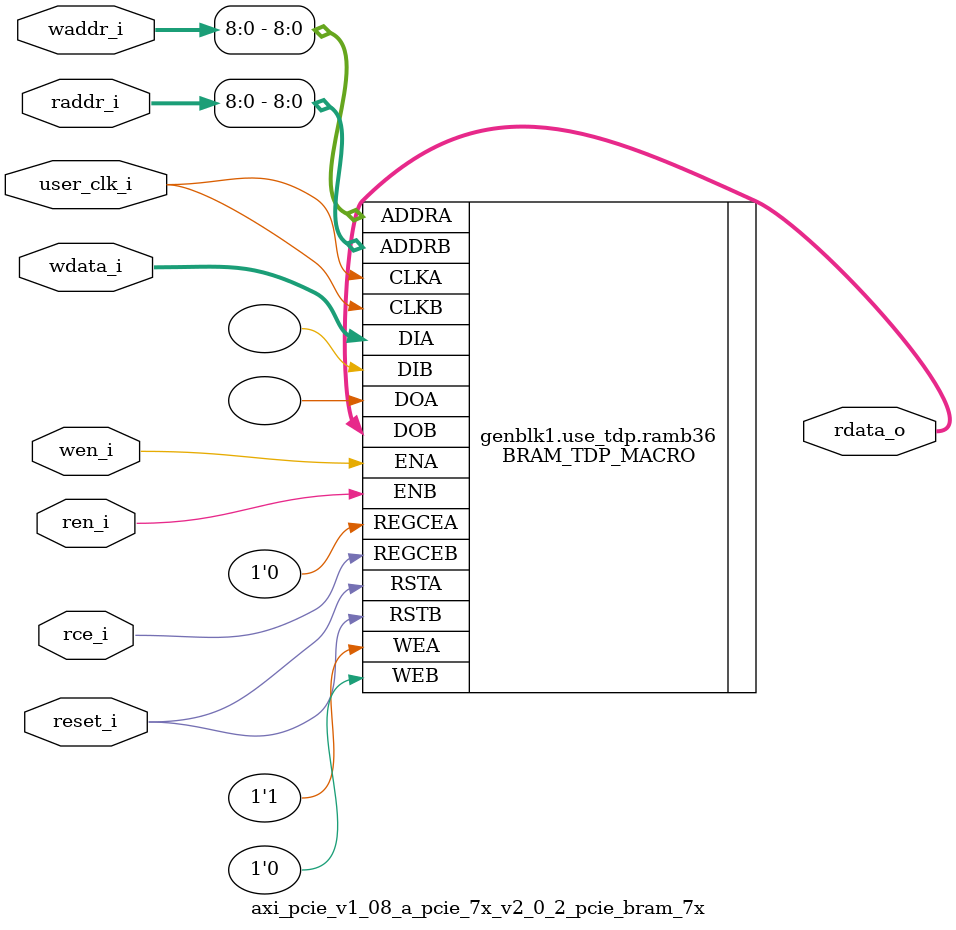
<source format=v>

`timescale 1ps/1ps

module axi_pcie_v1_08_a_pcie_7x_v2_0_2_pcie_bram_7x
  #(
    parameter [3:0]  LINK_CAP_MAX_LINK_SPEED = 4'h1,        // PCIe Link Speed : 1 - 2.5 GT/s; 2 - 5.0 GT/s
    parameter [5:0]  LINK_CAP_MAX_LINK_WIDTH = 6'h08,       // PCIe Link Width : 1 / 2 / 4 / 8
    parameter IMPL_TARGET = "HARD",                         // the implementation target : HARD, SOFT
    parameter DOB_REG = 0,                                  // 1 - use the output register;
                                                            // 0 - don't use the output register
    parameter WIDTH = 0                                     // supported WIDTH's : 4, 9, 18, 36 - uses RAMB36
                                                            //                     72 - uses RAMB36SDP
    )
    (
     input               user_clk_i,// user clock
     input               reset_i,   // bram reset

     input               wen_i,     // write enable
     input [12:0]        waddr_i,   // write address
     input [WIDTH - 1:0] wdata_i,   // write data

     input               ren_i,     // read enable
     input               rce_i,     // output register clock enable
     input [12:0]        raddr_i,   // read address

     output [WIDTH - 1:0] rdata_o   // read data
     );

   // map the address bits
   localparam ADDR_MSB = ((WIDTH == 4)  ? 12 :
                          (WIDTH == 9)  ? 11 :
                          (WIDTH == 18) ? 10 :
                          (WIDTH == 36) ?  9 :
                                           8
                          );

   // set the width of the tied off low address bits
   localparam ADDR_LO_BITS = ((WIDTH == 4)  ? 2 :
                              (WIDTH == 9)  ? 3 :
                              (WIDTH == 18) ? 4 :
                              (WIDTH == 36) ? 5 :
                                              0 // for WIDTH 72 use RAMB36SDP
                              );

   // map the data bits
   localparam D_MSB =  ((WIDTH == 4)  ?  3 :
                        (WIDTH == 9)  ?  7 :
                        (WIDTH == 18) ? 15 :
                        (WIDTH == 36) ? 31 :
                                        63
                        );

   // map the data parity bits
   localparam DP_LSB =  D_MSB + 1;

   localparam DP_MSB =  ((WIDTH == 4)  ? 4 :
                         (WIDTH == 9)  ? 8 :
                         (WIDTH == 18) ? 17 :
                         (WIDTH == 36) ? 35 :
                                         71
                        );

   localparam DPW = DP_MSB - DP_LSB + 1;
   localparam WRITE_MODE = ((WIDTH == 72) && (!((LINK_CAP_MAX_LINK_SPEED == 4'h2) && (LINK_CAP_MAX_LINK_WIDTH == 6'h08)))) ? "WRITE_FIRST" :
                           ((LINK_CAP_MAX_LINK_SPEED == 4'h2) && (LINK_CAP_MAX_LINK_WIDTH == 6'h08)) ? "WRITE_FIRST" : "NO_CHANGE";


   localparam DEVICE = (IMPL_TARGET == "HARD") ? "7SERIES" : "VIRTEX6";
   localparam BRAM_SIZE = "36Kb";

   localparam WE_WIDTH =(DEVICE == "VIRTEX5" || DEVICE == "VIRTEX6" || DEVICE == "7SERIES") ?
                            ((WIDTH <= 9) ? 1 :
                             (WIDTH > 9 && WIDTH <= 18) ? 2 :
                             (WIDTH > 18 && WIDTH <= 36) ? 4 :
                             (WIDTH > 36 && WIDTH <= 72) ? 8 :
                             (BRAM_SIZE == "18Kb") ? 4 : 8 ) : 8;

   //synthesis translate_off
   initial begin
      //$display("[%t] %m DOB_REG %0d WIDTH %0d ADDR_MSB %0d ADDR_LO_BITS %0d DP_MSB %0d DP_LSB %0d D_MSB %0d",
      //          $time, DOB_REG,   WIDTH,    ADDR_MSB,    ADDR_LO_BITS,    DP_MSB,    DP_LSB,    D_MSB);

      case (WIDTH)
        4,9,18,36,72:;
        default:
          begin
             $display("[%t] %m Error WIDTH %0d not supported", $time, WIDTH);
             $finish;
          end
      endcase // case (WIDTH)
   end
   //synthesis translate_on

   generate
   if ((LINK_CAP_MAX_LINK_WIDTH == 6'h08 && LINK_CAP_MAX_LINK_SPEED == 4'h2) || (WIDTH == 72)) begin : use_sdp
        BRAM_SDP_MACRO #(
               .DEVICE        (DEVICE),
               .BRAM_SIZE     (BRAM_SIZE),
               .DO_REG        (DOB_REG),
               .READ_WIDTH    (WIDTH),
               .WRITE_WIDTH   (WIDTH),
               .WRITE_MODE    (WRITE_MODE)
               )
        ramb36sdp(
               .DO             (rdata_o[WIDTH-1:0]),
               .DI             (wdata_i[WIDTH-1:0]),
               .RDADDR         (raddr_i[ADDR_MSB:0]),
               .RDCLK          (user_clk_i),
               .RDEN           (ren_i),
               .REGCE          (rce_i),
               .RST            (reset_i),
               .WE             ({WE_WIDTH{1'b1}}),
               .WRADDR         (waddr_i[ADDR_MSB:0]),
               .WRCLK          (user_clk_i),
               .WREN           (wen_i)
               );

    end  // block: use_sdp
    else if (WIDTH <= 36) begin : use_tdp
    // use RAMB36's if the width is 4, 9, 18, or 36
        BRAM_TDP_MACRO #(
               .DEVICE        (DEVICE),
               .BRAM_SIZE     (BRAM_SIZE),
               .DOA_REG       (0),
               .DOB_REG       (DOB_REG),
               .READ_WIDTH_A  (WIDTH),
               .READ_WIDTH_B  (WIDTH),
               .WRITE_WIDTH_A (WIDTH),
               .WRITE_WIDTH_B (WIDTH),
               .WRITE_MODE_A  (WRITE_MODE)
               )
        ramb36(
               .DOA            (),
               .DOB            (rdata_o[WIDTH-1:0]),
               .ADDRA          (waddr_i[ADDR_MSB:0]),
               .ADDRB          (raddr_i[ADDR_MSB:0]),
               .CLKA           (user_clk_i),
               .CLKB           (user_clk_i),
               .DIA            (wdata_i[WIDTH-1:0]),
               .DIB            ({WIDTH{1'b0}}),
               .ENA            (wen_i),
               .ENB            (ren_i),
               .REGCEA         (1'b0),
               .REGCEB         (rce_i),
               .RSTA           (reset_i),
               .RSTB           (reset_i),
               .WEA            ({WE_WIDTH{1'b1}}),
               .WEB            ({WE_WIDTH{1'b0}})
               );
   end // block: use_tdp
   endgenerate

endmodule // pcie_bram_7x


</source>
